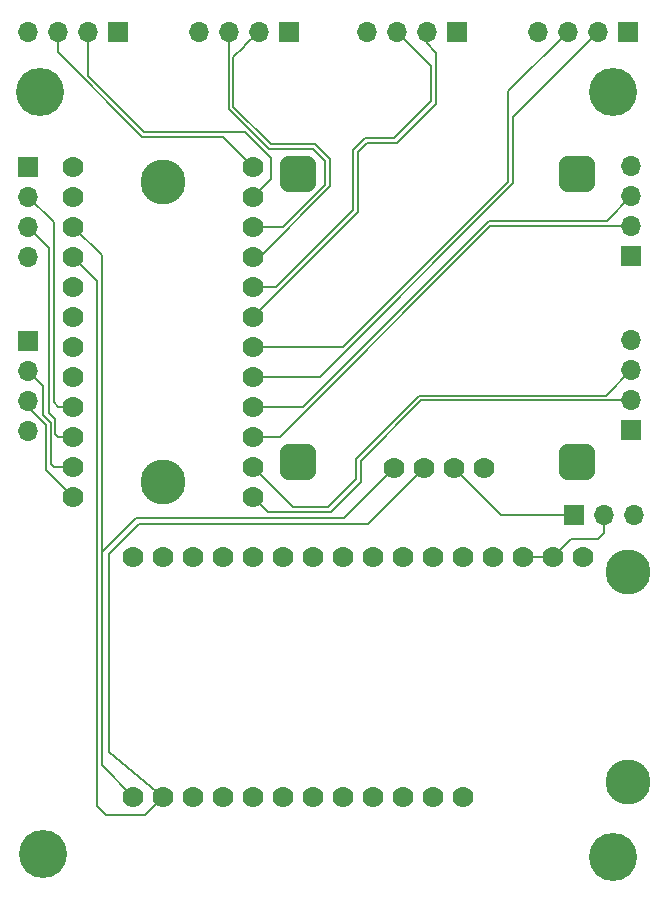
<source format=gbr>
%TF.GenerationSoftware,KiCad,Pcbnew,8.0.0*%
%TF.CreationDate,2025-02-12T14:58:41-08:00*%
%TF.ProjectId,HempCrete,48656d70-4372-4657-9465-2e6b69636164,rev?*%
%TF.SameCoordinates,Original*%
%TF.FileFunction,Copper,L1,Top*%
%TF.FilePolarity,Positive*%
%FSLAX46Y46*%
G04 Gerber Fmt 4.6, Leading zero omitted, Abs format (unit mm)*
G04 Created by KiCad (PCBNEW 8.0.0) date 2025-02-12 14:58:41*
%MOMM*%
%LPD*%
G01*
G04 APERTURE LIST*
G04 Aperture macros list*
%AMFreePoly0*
4,1,33,-1.524000,0.762000,-1.508258,0.916090,-1.452607,1.084035,-1.359725,1.234619,-1.234619,1.359725,-1.084035,1.452607,-0.916090,1.508258,-0.762000,1.524000,0.762000,1.524000,0.916090,1.508258,1.084035,1.452607,1.234619,1.359725,1.359725,1.234619,1.452607,1.084035,1.508258,0.916090,1.524000,0.762000,1.524000,-0.762000,1.508258,-0.916090,1.452607,-1.084035,1.359725,-1.234619,
1.234619,-1.359725,1.084035,-1.452607,0.916090,-1.508258,0.762000,-1.524000,-0.762000,-1.524000,-0.916090,-1.508258,-1.084035,-1.452607,-1.234619,-1.359725,-1.359725,-1.234619,-1.452607,-1.084035,-1.508258,-0.916090,-1.524000,-0.762000,-1.524000,0.762000,-1.524000,0.762000,$1*%
G04 Aperture macros list end*
%TA.AperFunction,ComponentPad*%
%ADD10R,1.700000X1.700000*%
%TD*%
%TA.AperFunction,ComponentPad*%
%ADD11O,1.700000X1.700000*%
%TD*%
%TA.AperFunction,ComponentPad*%
%ADD12C,4.064000*%
%TD*%
%TA.AperFunction,ComponentPad*%
%ADD13FreePoly0,180.000000*%
%TD*%
%TA.AperFunction,ComponentPad*%
%ADD14C,1.778000*%
%TD*%
%TA.AperFunction,ComponentPad*%
%ADD15C,3.810000*%
%TD*%
%TA.AperFunction,Conductor*%
%ADD16C,0.200000*%
%TD*%
G04 APERTURE END LIST*
D10*
%TO.P,J8,1,Pin_1*%
%TO.N,GND*%
X162794000Y-53086000D03*
D11*
%TO.P,J8,2,Pin_2*%
%TO.N,Net-(J8-Pin_2)*%
X160254000Y-53086000D03*
%TO.P,J8,3,Pin_3*%
%TO.N,Net-(J8-Pin_3)*%
X157714000Y-53086000D03*
%TO.P,J8,4,Pin_4*%
%TO.N,+3.3V*%
X155174000Y-53086000D03*
%TD*%
D12*
%TO.P,MNT,1*%
%TO.N,N/C*%
X156210000Y-58166000D03*
%TD*%
%TO.P,MNT,1*%
%TO.N,N/C*%
X156464000Y-122682000D03*
%TD*%
%TO.P,MNT,1*%
%TO.N,N/C*%
X204724000Y-122936000D03*
%TD*%
%TO.P,MNT,1*%
%TO.N,N/C*%
X204724000Y-58166000D03*
%TD*%
D11*
%TO.P,SW1,3*%
%TO.N,N/C*%
X206502000Y-93980000D03*
%TO.P,SW1,2*%
%TO.N,+3.3V*%
X203962000Y-93980000D03*
D10*
%TO.P,SW1,1*%
%TO.N,Net-(OLED1-VCC)*%
X201422000Y-93980000D03*
%TD*%
%TO.P,J5,1,Pin_1*%
%TO.N,GND*%
X205974000Y-53086000D03*
D11*
%TO.P,J5,2,Pin_2*%
%TO.N,Net-(J5-Pin_2)*%
X203434000Y-53086000D03*
%TO.P,J5,3,Pin_3*%
%TO.N,Net-(J5-Pin_3)*%
X200894000Y-53086000D03*
%TO.P,J5,4,Pin_4*%
%TO.N,+3.3V*%
X198354000Y-53086000D03*
%TD*%
D10*
%TO.P,J4,1,Pin_1*%
%TO.N,GND*%
X206248000Y-72116000D03*
D11*
%TO.P,J4,2,Pin_2*%
%TO.N,Net-(J4-Pin_2)*%
X206248000Y-69576000D03*
%TO.P,J4,3,Pin_3*%
%TO.N,Net-(J4-Pin_3)*%
X206248000Y-67036000D03*
%TO.P,J4,4,Pin_4*%
%TO.N,+3.3V*%
X206248000Y-64496000D03*
%TD*%
D10*
%TO.P,J1,1,Pin_1*%
%TO.N,GND*%
X155194000Y-64536000D03*
D11*
%TO.P,J1,2,Pin_2*%
%TO.N,Net-(J1-Pin_2)*%
X155194000Y-67076000D03*
%TO.P,J1,3,Pin_3*%
%TO.N,Net-(J1-Pin_3)*%
X155194000Y-69616000D03*
%TO.P,J1,4,Pin_4*%
%TO.N,+3.3V*%
X155194000Y-72156000D03*
%TD*%
D10*
%TO.P,J3,1,Pin_1*%
%TO.N,GND*%
X206248000Y-86848000D03*
D11*
%TO.P,J3,2,Pin_2*%
%TO.N,Net-(J3-Pin_2)*%
X206248000Y-84308000D03*
%TO.P,J3,3,Pin_3*%
%TO.N,Net-(J3-Pin_3)*%
X206248000Y-81768000D03*
%TO.P,J3,4,Pin_4*%
%TO.N,+3.3V*%
X206248000Y-79228000D03*
%TD*%
D13*
%TO.P,OLED1,0*%
%TO.N,N/C*%
X201708000Y-89503000D03*
X201708000Y-65119000D03*
X178086000Y-89503000D03*
X178086000Y-65119000D03*
D14*
%TO.P,OLED1,1,GND*%
%TO.N,GND*%
X193834000Y-90011000D03*
%TO.P,OLED1,2,VCC*%
%TO.N,Net-(OLED1-VCC)*%
X191294000Y-90011000D03*
%TO.P,OLED1,3,SCL*%
%TO.N,Net-(FeatherRP1-SCL)*%
X188754000Y-90011000D03*
%TO.P,OLED1,4,SDA*%
%TO.N,Net-(FeatherRP1-SDA)*%
X186214000Y-90011000D03*
%TD*%
D10*
%TO.P,J2,1,Pin_1*%
%TO.N,GND*%
X155194000Y-79268000D03*
D11*
%TO.P,J2,2,Pin_2*%
%TO.N,Net-(J2-Pin_2)*%
X155194000Y-81808000D03*
%TO.P,J2,3,Pin_3*%
%TO.N,Net-(J2-Pin_3)*%
X155194000Y-84348000D03*
%TO.P,J2,4,Pin_4*%
%TO.N,+3.3V*%
X155194000Y-86888000D03*
%TD*%
D14*
%TO.P,MX1,24,SC7*%
%TO.N,Net-(J8-Pin_3)*%
X174244000Y-64516000D03*
%TO.P,MX1,23,SD7*%
%TO.N,Net-(J8-Pin_2)*%
X174244000Y-67056000D03*
%TO.P,MX1,22,SC6*%
%TO.N,Net-(J7-Pin_3)*%
X174244000Y-69596000D03*
%TO.P,MX1,21,SD6*%
%TO.N,Net-(J7-Pin_2)*%
X174244000Y-72136000D03*
%TO.P,MX1,20,SC5*%
%TO.N,Net-(J6-Pin_3)*%
X174244000Y-74676000D03*
%TO.P,MX1,19,SD5*%
%TO.N,Net-(J6-Pin_2)*%
X174244000Y-77216000D03*
%TO.P,MX1,18,SC4*%
%TO.N,Net-(J5-Pin_3)*%
X174244000Y-79756000D03*
%TO.P,MX1,17,SD4*%
%TO.N,Net-(J5-Pin_2)*%
X174244000Y-82296000D03*
%TO.P,MX1,16,SC3*%
%TO.N,Net-(J4-Pin_3)*%
X174244000Y-84836000D03*
%TO.P,MX1,15,SD3*%
%TO.N,Net-(J4-Pin_2)*%
X174244000Y-87376000D03*
%TO.P,MX1,14,SC2*%
%TO.N,Net-(J3-Pin_3)*%
X174244000Y-89916000D03*
%TO.P,MX1,13,SD2*%
%TO.N,Net-(J3-Pin_2)*%
X174244000Y-92456000D03*
%TO.P,MX1,12,SC1*%
%TO.N,Net-(J2-Pin_3)*%
X159004000Y-92456000D03*
%TO.P,MX1,11,SD1*%
%TO.N,Net-(J2-Pin_2)*%
X159004000Y-89916000D03*
%TO.P,MX1,10,SC0*%
%TO.N,Net-(J1-Pin_3)*%
X159004000Y-87376000D03*
%TO.P,MX1,9,SD0*%
%TO.N,Net-(J1-Pin_2)*%
X159004000Y-84836000D03*
%TO.P,MX1,8,A2*%
%TO.N,GND*%
X159004000Y-82296000D03*
%TO.P,MX1,7,A1*%
X159004000Y-79756000D03*
%TO.P,MX1,6,A0*%
X159004000Y-77216000D03*
%TO.P,MX1,5,RST*%
%TO.N,unconnected-(MX1-RST-Pad5)*%
X159004000Y-74676000D03*
%TO.P,MX1,4,SCL*%
%TO.N,Net-(FeatherRP1-SCL)*%
X159004000Y-72136000D03*
%TO.P,MX1,3,SDA*%
%TO.N,Net-(FeatherRP1-SDA)*%
X159004000Y-69596000D03*
%TO.P,MX1,2,GND*%
%TO.N,GND*%
X159004000Y-67056000D03*
%TO.P,MX1,1,VIN*%
%TO.N,+3.3V*%
X159004000Y-64516000D03*
D15*
%TO.P,MX1,0*%
%TO.N,N/C*%
X166624000Y-91186000D03*
X166624000Y-65786000D03*
%TD*%
D10*
%TO.P,J7,1,Pin_1*%
%TO.N,GND*%
X177272000Y-53086000D03*
D11*
%TO.P,J7,2,Pin_2*%
%TO.N,Net-(J7-Pin_2)*%
X174732000Y-53086000D03*
%TO.P,J7,3,Pin_3*%
%TO.N,Net-(J7-Pin_3)*%
X172192000Y-53086000D03*
%TO.P,J7,4,Pin_4*%
%TO.N,+3.3V*%
X169652000Y-53086000D03*
%TD*%
D10*
%TO.P,J6,1,Pin_1*%
%TO.N,GND*%
X191496000Y-53086000D03*
D11*
%TO.P,J6,2,Pin_2*%
%TO.N,Net-(J6-Pin_2)*%
X188956000Y-53086000D03*
%TO.P,J6,3,Pin_3*%
%TO.N,Net-(J6-Pin_3)*%
X186416000Y-53086000D03*
%TO.P,J6,4,Pin_4*%
%TO.N,+3.3V*%
X183876000Y-53086000D03*
%TD*%
D14*
%TO.P,FeatherRP1,28,VBAT*%
%TO.N,unconnected-(FeatherRP1-VBAT-Pad28)*%
X192024000Y-117856000D03*
%TO.P,FeatherRP1,27,EN*%
%TO.N,unconnected-(FeatherRP1-EN-Pad27)*%
X189484000Y-117856000D03*
%TO.P,FeatherRP1,26,VBUS*%
%TO.N,unconnected-(FeatherRP1-VBUS-Pad26)*%
X186944000Y-117856000D03*
%TO.P,FeatherRP1,25,D13*%
%TO.N,unconnected-(FeatherRP1-D13-Pad25)*%
X184404000Y-117856000D03*
%TO.P,FeatherRP1,24,D12*%
%TO.N,unconnected-(FeatherRP1-D12-Pad24)*%
X181864000Y-117856000D03*
%TO.P,FeatherRP1,23,D11*%
%TO.N,unconnected-(FeatherRP1-D11-Pad23)*%
X179324000Y-117856000D03*
%TO.P,FeatherRP1,22,D10*%
%TO.N,unconnected-(FeatherRP1-D10-Pad22)*%
X176784000Y-117856000D03*
%TO.P,FeatherRP1,21,D9*%
%TO.N,unconnected-(FeatherRP1-D9-Pad21)*%
X174244000Y-117856000D03*
%TO.P,FeatherRP1,20,D6*%
%TO.N,unconnected-(FeatherRP1-D6-Pad20)*%
X171704000Y-117856000D03*
%TO.P,FeatherRP1,19,D5*%
%TO.N,unconnected-(FeatherRP1-D5-Pad19)*%
X169164000Y-117856000D03*
%TO.P,FeatherRP1,18,SCL*%
%TO.N,Net-(FeatherRP1-SCL)*%
X166624000Y-117856000D03*
%TO.P,FeatherRP1,17,SDA*%
%TO.N,Net-(FeatherRP1-SDA)*%
X164084000Y-117856000D03*
%TO.P,FeatherRP1,16,D4*%
%TO.N,unconnected-(FeatherRP1-D4-Pad16)*%
X164084000Y-97536000D03*
%TO.P,FeatherRP1,15,TX*%
%TO.N,unconnected-(FeatherRP1-TX-Pad15)*%
X166624000Y-97536000D03*
%TO.P,FeatherRP1,14,RX*%
%TO.N,unconnected-(FeatherRP1-RX-Pad14)*%
X169164000Y-97536000D03*
%TO.P,FeatherRP1,13,MISO*%
%TO.N,unconnected-(FeatherRP1-MISO-Pad13)*%
X171704000Y-97536000D03*
%TO.P,FeatherRP1,12,MOSI*%
%TO.N,unconnected-(FeatherRP1-MOSI-Pad12)*%
X174244000Y-97536000D03*
%TO.P,FeatherRP1,11,SCK*%
%TO.N,unconnected-(FeatherRP1-SCK-Pad11)*%
X176784000Y-97536000D03*
%TO.P,FeatherRP1,10,D25*%
%TO.N,unconnected-(FeatherRP1-D25-Pad10)*%
X179324000Y-97536000D03*
%TO.P,FeatherRP1,9,D24*%
%TO.N,unconnected-(FeatherRP1-D24-Pad9)*%
X181864000Y-97536000D03*
%TO.P,FeatherRP1,8,A3*%
%TO.N,unconnected-(FeatherRP1-A3-Pad8)*%
X184404000Y-97536000D03*
%TO.P,FeatherRP1,7,A2*%
%TO.N,unconnected-(FeatherRP1-A2-Pad7)*%
X186944000Y-97536000D03*
%TO.P,FeatherRP1,6,A1*%
%TO.N,unconnected-(FeatherRP1-A1-Pad6)*%
X189484000Y-97536000D03*
%TO.P,FeatherRP1,5,A0*%
%TO.N,unconnected-(FeatherRP1-A0-Pad5)*%
X192024000Y-97536000D03*
%TO.P,FeatherRP1,4,GND*%
%TO.N,GND*%
X194564000Y-97536000D03*
%TO.P,FeatherRP1,3,3.3V*%
%TO.N,+3.3V*%
X197104000Y-97536000D03*
%TO.P,FeatherRP1,2,3.3V*%
X199644000Y-97536000D03*
%TO.P,FeatherRP1,1,RST*%
%TO.N,unconnected-(FeatherRP1-RST-Pad1)*%
X202184000Y-97536000D03*
D15*
%TO.P,FeatherRP1,0*%
%TO.N,N/C*%
X205975949Y-98824051D03*
X205994000Y-116586000D03*
%TD*%
D16*
%TO.N,Net-(J7-Pin_2)*%
X173482000Y-54336000D02*
X174732000Y-53086000D01*
X173482000Y-54356000D02*
X173482000Y-54336000D01*
X172592000Y-55246000D02*
X173482000Y-54356000D01*
X172592000Y-59436000D02*
X172592000Y-55246000D01*
X180740000Y-63842314D02*
X179489686Y-62592000D01*
X180740000Y-66205686D02*
X180740000Y-63842314D01*
X174809686Y-72136000D02*
X180740000Y-66205686D01*
X179489686Y-62592000D02*
X175748000Y-62592000D01*
X175748000Y-62592000D02*
X172592000Y-59436000D01*
X174244000Y-72136000D02*
X174809686Y-72136000D01*
%TO.N,Net-(J7-Pin_3)*%
X176784000Y-69596000D02*
X174244000Y-69596000D01*
X180340000Y-66040000D02*
X176784000Y-69596000D01*
X179324000Y-62992000D02*
X180340000Y-64008000D01*
X175571685Y-62992000D02*
X179324000Y-62992000D01*
X172249685Y-59670000D02*
X175571685Y-62992000D01*
X172192000Y-59670000D02*
X172249685Y-59670000D01*
X172192000Y-53086000D02*
X172192000Y-59670000D01*
X180340000Y-64008000D02*
X180340000Y-66040000D01*
%TO.N,Net-(J8-Pin_2)*%
X175768000Y-63754000D02*
X175768000Y-65532000D01*
X173590000Y-61576000D02*
X175768000Y-63754000D01*
X165011686Y-61576000D02*
X173590000Y-61576000D01*
X175768000Y-65532000D02*
X174244000Y-67056000D01*
X160254000Y-53086000D02*
X160254000Y-56818314D01*
X160254000Y-56818314D02*
X165011686Y-61576000D01*
%TO.N,Net-(J8-Pin_3)*%
X171704000Y-61976000D02*
X174244000Y-64516000D01*
X164846000Y-61976000D02*
X171704000Y-61976000D01*
X157714000Y-54844000D02*
X164846000Y-61976000D01*
X157714000Y-53086000D02*
X157714000Y-54844000D01*
%TO.N,Net-(J1-Pin_2)*%
X157372000Y-84474000D02*
X157372000Y-69254000D01*
X157372000Y-69254000D02*
X155194000Y-67076000D01*
X157734000Y-84836000D02*
X157372000Y-84474000D01*
X159004000Y-84836000D02*
X157734000Y-84836000D01*
%TO.N,Net-(J1-Pin_3)*%
X156972000Y-71394000D02*
X155194000Y-69616000D01*
X157518000Y-85890000D02*
X156972000Y-85344000D01*
X157518000Y-87160000D02*
X157518000Y-85890000D01*
X157734000Y-87376000D02*
X157518000Y-87160000D01*
X156972000Y-85344000D02*
X156972000Y-71394000D01*
X159004000Y-87376000D02*
X157734000Y-87376000D01*
%TO.N,Net-(J2-Pin_2)*%
X156492843Y-83106843D02*
X155194000Y-81808000D01*
X157118000Y-86194314D02*
X156492843Y-85569157D01*
X157118000Y-89662000D02*
X157118000Y-86194314D01*
X156492843Y-85569157D02*
X156492843Y-83106843D01*
X159004000Y-89916000D02*
X157372000Y-89916000D01*
X157372000Y-89916000D02*
X157118000Y-89662000D01*
%TO.N,Net-(J2-Pin_3)*%
X156718000Y-90170000D02*
X156718000Y-86360000D01*
X156718000Y-86360000D02*
X155194000Y-84836000D01*
X155194000Y-84836000D02*
X155194000Y-84348000D01*
X159004000Y-92456000D02*
X156718000Y-90170000D01*
%TO.N,Net-(OLED1-VCC)*%
X195263000Y-93980000D02*
X201422000Y-93980000D01*
X191294000Y-90011000D02*
X195263000Y-93980000D01*
%TO.N,+3.3V*%
X203962000Y-95504000D02*
X203962000Y-93980000D01*
X203454000Y-96012000D02*
X203962000Y-95504000D01*
X201168000Y-96012000D02*
X203454000Y-96012000D01*
X199644000Y-97536000D02*
X201168000Y-96012000D01*
X197104000Y-97536000D02*
X199644000Y-97536000D01*
%TO.N,Net-(FeatherRP1-SCL)*%
X162052000Y-114046000D02*
X166624000Y-117856000D01*
X164592000Y-94742000D02*
X162052000Y-97282000D01*
X162052000Y-97282000D02*
X162052000Y-114046000D01*
X188754000Y-90011000D02*
X184023000Y-94742000D01*
X184023000Y-94742000D02*
X164592000Y-94742000D01*
%TO.N,Net-(FeatherRP1-SDA)*%
X181991000Y-94234000D02*
X164338000Y-94234000D01*
X161436000Y-97028000D02*
X161436000Y-72028000D01*
X161436000Y-115208000D02*
X161436000Y-97028000D01*
X186214000Y-90011000D02*
X181991000Y-94234000D01*
X164338000Y-94234000D02*
X161544000Y-97028000D01*
X161544000Y-97028000D02*
X161436000Y-97028000D01*
X161436000Y-72028000D02*
X159004000Y-69596000D01*
X164084000Y-117856000D02*
X161436000Y-115208000D01*
%TO.N,Net-(FeatherRP1-SCL)*%
X161036000Y-118618000D02*
X161798000Y-119380000D01*
X161036000Y-74168000D02*
X161036000Y-118618000D01*
X161798000Y-119380000D02*
X165100000Y-119380000D01*
X165100000Y-119380000D02*
X166624000Y-117856000D01*
X159004000Y-72136000D02*
X161036000Y-74168000D01*
%TO.N,Net-(J1-Pin_3)*%
X159004000Y-87376000D02*
X159004000Y-87006628D01*
%TO.N,Net-(J4-Pin_2)*%
X194330000Y-69576000D02*
X206248000Y-69576000D01*
X176530000Y-87376000D02*
X194330000Y-69576000D01*
X174244000Y-87376000D02*
X176530000Y-87376000D01*
%TO.N,Net-(J4-Pin_3)*%
X204196000Y-69088000D02*
X206248000Y-67036000D01*
X178504314Y-84836000D02*
X194252314Y-69088000D01*
X194252314Y-69088000D02*
X204196000Y-69088000D01*
X174244000Y-84836000D02*
X178504314Y-84836000D01*
%TO.N,Net-(J3-Pin_3)*%
X182988000Y-89242314D02*
X188322315Y-83908000D01*
X204108000Y-83908000D02*
X206248000Y-81768000D01*
X182988000Y-90932000D02*
X182988000Y-89242314D01*
X188322315Y-83908000D02*
X204108000Y-83908000D01*
X180594000Y-93326000D02*
X182988000Y-90932000D01*
X177654000Y-93326000D02*
X180594000Y-93326000D01*
X174244000Y-89916000D02*
X177654000Y-93326000D01*
%TO.N,Net-(J3-Pin_2)*%
X188488000Y-84308000D02*
X206248000Y-84308000D01*
X183388000Y-89408000D02*
X188488000Y-84308000D01*
X183388000Y-91186000D02*
X183388000Y-89408000D01*
X180848000Y-93726000D02*
X183388000Y-91186000D01*
X175514000Y-93726000D02*
X180848000Y-93726000D01*
X174244000Y-92456000D02*
X175514000Y-93726000D01*
%TO.N,Net-(J5-Pin_2)*%
X196234000Y-65951685D02*
X196234000Y-60286000D01*
X196234000Y-60286000D02*
X203434000Y-53086000D01*
X179889686Y-82296000D02*
X196234000Y-65951685D01*
X174244000Y-82296000D02*
X179889686Y-82296000D01*
%TO.N,Net-(J5-Pin_3)*%
X195834000Y-58146000D02*
X200894000Y-53086000D01*
X195834000Y-65786000D02*
X195834000Y-58146000D01*
X181864000Y-79756000D02*
X195834000Y-65786000D01*
X174244000Y-79756000D02*
X181864000Y-79756000D01*
%TO.N,Net-(J6-Pin_3)*%
X182734000Y-68160314D02*
X176218314Y-74676000D01*
X176218314Y-74676000D02*
X174244000Y-74676000D01*
X182734000Y-63080314D02*
X182734000Y-68160314D01*
X183730314Y-62084000D02*
X182734000Y-63080314D01*
X186182000Y-62084000D02*
X183730314Y-62084000D01*
X189338000Y-58928000D02*
X186182000Y-62084000D01*
X189338000Y-56008000D02*
X189338000Y-58928000D01*
X186416000Y-53086000D02*
X189338000Y-56008000D01*
%TO.N,Net-(J6-Pin_2)*%
X188956000Y-54082000D02*
X188956000Y-53086000D01*
X189738000Y-54864000D02*
X188956000Y-54082000D01*
X189738000Y-59182000D02*
X189738000Y-54864000D01*
X186436000Y-62484000D02*
X189738000Y-59182000D01*
X183896000Y-62484000D02*
X186436000Y-62484000D01*
X183134000Y-63246000D02*
X183896000Y-62484000D01*
X183134000Y-68326000D02*
X183134000Y-63246000D01*
X174244000Y-77216000D02*
X183134000Y-68326000D01*
%TO.N,Net-(J8-Pin_2)*%
X173678314Y-67056000D02*
X174244000Y-67056000D01*
%TD*%
M02*

</source>
